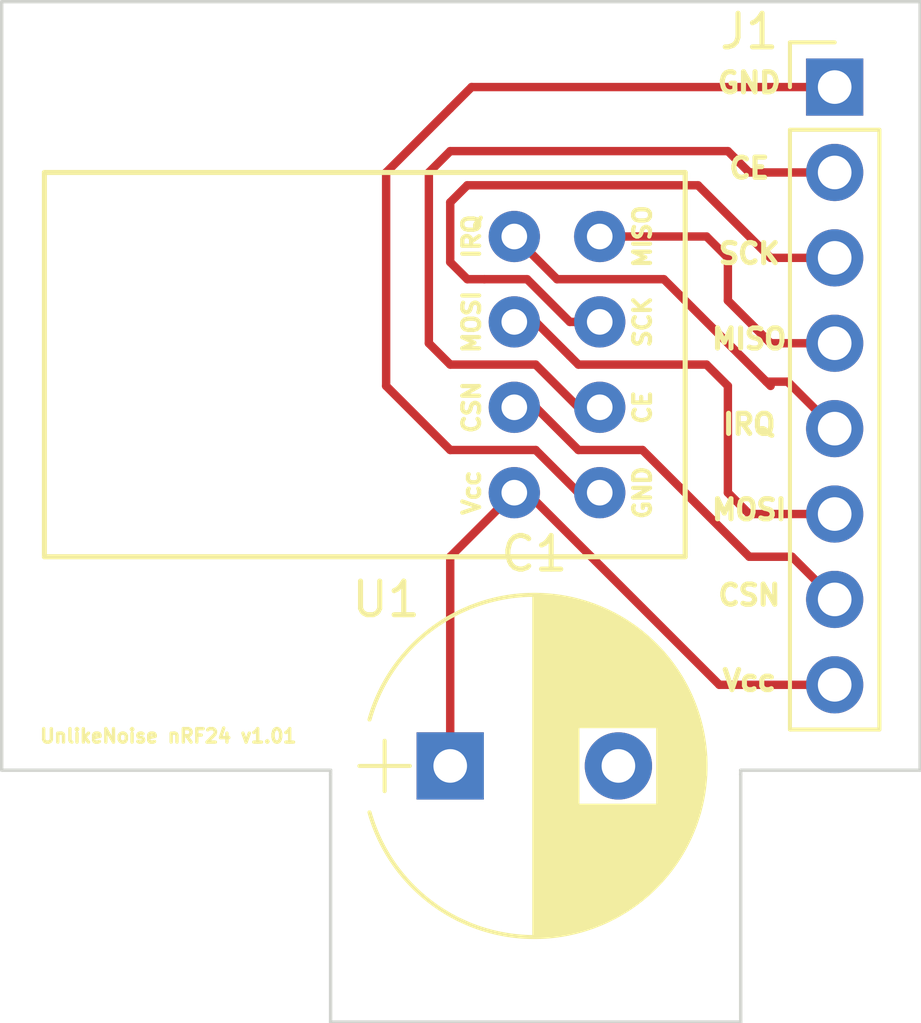
<source format=kicad_pcb>
(kicad_pcb (version 4) (host pcbnew 4.0.6)

  (general
    (links 10)
    (no_connects 1)
    (area 128.854999 114.884999 156.260001 145.338001)
    (thickness 1.6)
    (drawings 19)
    (tracks 57)
    (zones 0)
    (modules 3)
    (nets 9)
  )

  (page A4)
  (title_block
    (title "nRF24 Breakout")
    (date 2017-03-11)
    (rev 1.01)
    (company UnlikeNoise)
    (comment 1 "Leon van Bokhorst")
  )

  (layers
    (0 F.Cu signal)
    (31 B.Cu signal)
    (32 B.Adhes user)
    (33 F.Adhes user)
    (34 B.Paste user)
    (35 F.Paste user)
    (36 B.SilkS user)
    (37 F.SilkS user)
    (38 B.Mask user)
    (39 F.Mask user)
    (40 Dwgs.User user)
    (41 Cmts.User user)
    (42 Eco1.User user)
    (43 Eco2.User user)
    (44 Edge.Cuts user)
    (45 Margin user)
    (46 B.CrtYd user)
    (47 F.CrtYd user)
    (48 B.Fab user)
    (49 F.Fab user)
  )

  (setup
    (last_trace_width 0.25)
    (trace_clearance 0.2)
    (zone_clearance 0.508)
    (zone_45_only no)
    (trace_min 0.2)
    (segment_width 0.2)
    (edge_width 0.1)
    (via_size 0.6)
    (via_drill 0.4)
    (via_min_size 0.4)
    (via_min_drill 0.3)
    (uvia_size 0.3)
    (uvia_drill 0.1)
    (uvias_allowed no)
    (uvia_min_size 0.2)
    (uvia_min_drill 0.1)
    (pcb_text_width 0.3)
    (pcb_text_size 1.5 1.5)
    (mod_edge_width 0.15)
    (mod_text_size 1 1)
    (mod_text_width 0.15)
    (pad_size 1.524 1.524)
    (pad_drill 0.762)
    (pad_to_mask_clearance 0)
    (aux_axis_origin 0 0)
    (visible_elements FFFFFF7F)
    (pcbplotparams
      (layerselection 0x00030_80000001)
      (usegerberextensions false)
      (excludeedgelayer true)
      (linewidth 0.100000)
      (plotframeref false)
      (viasonmask false)
      (mode 1)
      (useauxorigin false)
      (hpglpennumber 1)
      (hpglpenspeed 20)
      (hpglpendiameter 15)
      (hpglpenoverlay 2)
      (psnegative false)
      (psa4output false)
      (plotreference true)
      (plotvalue true)
      (plotinvisibletext false)
      (padsonsilk false)
      (subtractmaskfromsilk false)
      (outputformat 1)
      (mirror false)
      (drillshape 1)
      (scaleselection 1)
      (outputdirectory ""))
  )

  (net 0 "")
  (net 1 "Net-(J1-Pad2)")
  (net 2 "Net-(J1-Pad3)")
  (net 3 "Net-(J1-Pad4)")
  (net 4 "Net-(J1-Pad5)")
  (net 5 "Net-(J1-Pad6)")
  (net 6 "Net-(J1-Pad7)")
  (net 7 "Net-(C1-Pad1)")
  (net 8 "Net-(C1-Pad2)")

  (net_class Default "This is the default net class."
    (clearance 0.2)
    (trace_width 0.25)
    (via_dia 0.6)
    (via_drill 0.4)
    (uvia_dia 0.3)
    (uvia_drill 0.1)
    (add_net "Net-(C1-Pad1)")
    (add_net "Net-(C1-Pad2)")
    (add_net "Net-(J1-Pad2)")
    (add_net "Net-(J1-Pad3)")
    (add_net "Net-(J1-Pad4)")
    (add_net "Net-(J1-Pad5)")
    (add_net "Net-(J1-Pad6)")
    (add_net "Net-(J1-Pad7)")
  )

  (module Pin_Headers:Pin_Header_Straight_1x08_Pitch2.54mm (layer F.Cu) (tedit 598DDCDC) (tstamp 598DB561)
    (at 153.67 117.475)
    (descr "Through hole straight pin header, 1x08, 2.54mm pitch, single row")
    (tags "Through hole pin header THT 1x08 2.54mm single row")
    (path /5971DDEE)
    (fp_text reference J1 (at -2.54 -1.651) (layer F.SilkS)
      (effects (font (size 1 1) (thickness 0.15)))
    )
    (fp_text value CONN_01X08 (at 0 20.11) (layer F.Fab) hide
      (effects (font (size 1 1) (thickness 0.15)))
    )
    (fp_line (start -0.635 -1.27) (end 1.27 -1.27) (layer F.Fab) (width 0.1))
    (fp_line (start 1.27 -1.27) (end 1.27 19.05) (layer F.Fab) (width 0.1))
    (fp_line (start 1.27 19.05) (end -1.27 19.05) (layer F.Fab) (width 0.1))
    (fp_line (start -1.27 19.05) (end -1.27 -0.635) (layer F.Fab) (width 0.1))
    (fp_line (start -1.27 -0.635) (end -0.635 -1.27) (layer F.Fab) (width 0.1))
    (fp_line (start -1.33 19.11) (end 1.33 19.11) (layer F.SilkS) (width 0.12))
    (fp_line (start -1.33 1.27) (end -1.33 19.11) (layer F.SilkS) (width 0.12))
    (fp_line (start 1.33 1.27) (end 1.33 19.11) (layer F.SilkS) (width 0.12))
    (fp_line (start -1.33 1.27) (end 1.33 1.27) (layer F.SilkS) (width 0.12))
    (fp_line (start -1.33 0) (end -1.33 -1.33) (layer F.SilkS) (width 0.12))
    (fp_line (start -1.33 -1.33) (end 0 -1.33) (layer F.SilkS) (width 0.12))
    (fp_line (start -1.8 -1.8) (end -1.8 19.55) (layer F.CrtYd) (width 0.05))
    (fp_line (start -1.8 19.55) (end 1.8 19.55) (layer F.CrtYd) (width 0.05))
    (fp_line (start 1.8 19.55) (end 1.8 -1.8) (layer F.CrtYd) (width 0.05))
    (fp_line (start 1.8 -1.8) (end -1.8 -1.8) (layer F.CrtYd) (width 0.05))
    (fp_text user %R (at 0 8.89 90) (layer F.Fab)
      (effects (font (size 1 1) (thickness 0.15)))
    )
    (pad 1 thru_hole rect (at 0 0) (size 1.7 1.7) (drill 1) (layers *.Cu *.Mask)
      (net 8 "Net-(C1-Pad2)"))
    (pad 2 thru_hole oval (at 0 2.54) (size 1.7 1.7) (drill 1) (layers *.Cu *.Mask)
      (net 1 "Net-(J1-Pad2)"))
    (pad 3 thru_hole oval (at 0 5.08) (size 1.7 1.7) (drill 1) (layers *.Cu *.Mask)
      (net 2 "Net-(J1-Pad3)"))
    (pad 4 thru_hole oval (at 0 7.62) (size 1.7 1.7) (drill 1) (layers *.Cu *.Mask)
      (net 3 "Net-(J1-Pad4)"))
    (pad 5 thru_hole oval (at 0 10.16) (size 1.7 1.7) (drill 1) (layers *.Cu *.Mask)
      (net 4 "Net-(J1-Pad5)"))
    (pad 6 thru_hole oval (at 0 12.7) (size 1.7 1.7) (drill 1) (layers *.Cu *.Mask)
      (net 5 "Net-(J1-Pad6)"))
    (pad 7 thru_hole oval (at 0 15.24) (size 1.7 1.7) (drill 1) (layers *.Cu *.Mask)
      (net 6 "Net-(J1-Pad7)"))
    (pad 8 thru_hole oval (at 0 17.78) (size 1.7 1.7) (drill 1) (layers *.Cu *.Mask)
      (net 7 "Net-(C1-Pad1)"))
  )

  (module nRF24-footprints:nRF24 (layer F.Cu) (tedit 598DD878) (tstamp 598DDA7F)
    (at 144.145 127)
    (descr "A footprint for the generic nRF24 module")
    (path /5971E2DB)
    (fp_text reference U1 (at -3.81 5.715) (layer F.SilkS)
      (effects (font (size 1 1) (thickness 0.15)))
    )
    (fp_text value nRF24 (at -6.35 -1.27) (layer F.Fab)
      (effects (font (size 1 1) (thickness 0.15)))
    )
    (fp_line (start -13.97 4.445) (end 5.08 4.445) (layer F.SilkS) (width 0.15))
    (fp_line (start -13.97 4.445) (end -13.97 -6.985) (layer F.SilkS) (width 0.15))
    (fp_line (start 5.08 4.445) (end -13.97 4.445) (layer F.SilkS) (width 0.15))
    (fp_line (start 5.08 4.445) (end 5.08 -6.985) (layer F.SilkS) (width 0.15))
    (fp_line (start 5.08 -6.985) (end 5.08 4.445) (layer F.SilkS) (width 0.15))
    (fp_line (start 5.08 -6.985) (end -13.97 -6.985) (layer F.SilkS) (width 0.15))
    (fp_text user Vcc (at -1.27 2.54 90) (layer F.SilkS)
      (effects (font (size 0.5 0.5) (thickness 0.125)))
    )
    (fp_text user CSN (at -1.27 0 90) (layer F.SilkS)
      (effects (font (size 0.5 0.5) (thickness 0.125)))
    )
    (fp_text user MOSI (at -1.27 -2.54 90) (layer F.SilkS)
      (effects (font (size 0.5 0.5) (thickness 0.125)))
    )
    (fp_text user IRQ (at -1.27 -5.08 90) (layer F.SilkS)
      (effects (font (size 0.5 0.5) (thickness 0.125)))
    )
    (fp_text user SCK (at 3.81 -2.54 90) (layer F.SilkS)
      (effects (font (size 0.5 0.5) (thickness 0.125)))
    )
    (fp_text user MISO (at 3.81 -5.08 90) (layer F.SilkS)
      (effects (font (size 0.5 0.5) (thickness 0.125)))
    )
    (fp_text user CE (at 3.81 0 90) (layer F.SilkS)
      (effects (font (size 0.5 0.5) (thickness 0.125)))
    )
    (fp_text user GND (at 3.81 2.54 90) (layer F.SilkS)
      (effects (font (size 0.5 0.5) (thickness 0.125)))
    )
    (pad 2 thru_hole circle (at 2.54 -2.54) (size 1.524 1.524) (drill 0.762) (layers *.Cu *.Mask)
      (net 2 "Net-(J1-Pad3)"))
    (pad 0 thru_hole circle (at 2.54 2.54) (size 1.524 1.524) (drill 0.762) (layers *.Cu *.Mask)
      (net 8 "Net-(C1-Pad2)"))
    (pad 1 thru_hole circle (at 2.54 0) (size 1.524 1.524) (drill 0.762) (layers *.Cu *.Mask)
      (net 1 "Net-(J1-Pad2)"))
    (pad 7 thru_hole circle (at 0 2.54) (size 1.524 1.524) (drill 0.762) (layers *.Cu *.Mask)
      (net 7 "Net-(C1-Pad1)"))
    (pad 6 thru_hole circle (at 0 0) (size 1.524 1.524) (drill 0.762) (layers *.Cu *.Mask)
      (net 6 "Net-(J1-Pad7)"))
    (pad 5 thru_hole circle (at 0 -2.54) (size 1.524 1.524) (drill 0.762) (layers *.Cu *.Mask)
      (net 5 "Net-(J1-Pad6)"))
    (pad 4 thru_hole circle (at 0 -5.08) (size 1.524 1.524) (drill 0.762) (layers *.Cu *.Mask)
      (net 4 "Net-(J1-Pad5)"))
    (pad 3 thru_hole circle (at 2.54 -5.08) (size 1.524 1.524) (drill 0.762) (layers *.Cu *.Mask)
      (net 3 "Net-(J1-Pad4)"))
  )

  (module Capacitors_THT:CP_Radial_D10.0mm_P5.00mm (layer F.Cu) (tedit 597BC7C2) (tstamp 598DEC6D)
    (at 142.24 137.668)
    (descr "CP, Radial series, Radial, pin pitch=5.00mm, , diameter=10mm, Electrolytic Capacitor")
    (tags "CP Radial series Radial pin pitch 5.00mm  diameter 10mm Electrolytic Capacitor")
    (path /598DE981)
    (fp_text reference C1 (at 2.5 -6.31) (layer F.SilkS)
      (effects (font (size 1 1) (thickness 0.15)))
    )
    (fp_text value 10uF (at 2.5 6.31) (layer F.Fab)
      (effects (font (size 1 1) (thickness 0.15)))
    )
    (fp_arc (start 2.5 0) (end -2.399357 -1.38) (angle 148.5) (layer F.SilkS) (width 0.12))
    (fp_arc (start 2.5 0) (end -2.399357 1.38) (angle -148.5) (layer F.SilkS) (width 0.12))
    (fp_arc (start 2.5 0) (end 7.399357 -1.38) (angle 31.5) (layer F.SilkS) (width 0.12))
    (fp_circle (center 2.5 0) (end 7.5 0) (layer F.Fab) (width 0.1))
    (fp_line (start -2.7 0) (end -1.2 0) (layer F.Fab) (width 0.1))
    (fp_line (start -1.95 -0.75) (end -1.95 0.75) (layer F.Fab) (width 0.1))
    (fp_line (start 2.5 -5.05) (end 2.5 5.05) (layer F.SilkS) (width 0.12))
    (fp_line (start 2.54 -5.05) (end 2.54 5.05) (layer F.SilkS) (width 0.12))
    (fp_line (start 2.58 -5.05) (end 2.58 5.05) (layer F.SilkS) (width 0.12))
    (fp_line (start 2.62 -5.049) (end 2.62 5.049) (layer F.SilkS) (width 0.12))
    (fp_line (start 2.66 -5.048) (end 2.66 5.048) (layer F.SilkS) (width 0.12))
    (fp_line (start 2.7 -5.047) (end 2.7 5.047) (layer F.SilkS) (width 0.12))
    (fp_line (start 2.74 -5.045) (end 2.74 5.045) (layer F.SilkS) (width 0.12))
    (fp_line (start 2.78 -5.043) (end 2.78 5.043) (layer F.SilkS) (width 0.12))
    (fp_line (start 2.82 -5.04) (end 2.82 5.04) (layer F.SilkS) (width 0.12))
    (fp_line (start 2.86 -5.038) (end 2.86 5.038) (layer F.SilkS) (width 0.12))
    (fp_line (start 2.9 -5.035) (end 2.9 5.035) (layer F.SilkS) (width 0.12))
    (fp_line (start 2.94 -5.031) (end 2.94 5.031) (layer F.SilkS) (width 0.12))
    (fp_line (start 2.98 -5.028) (end 2.98 5.028) (layer F.SilkS) (width 0.12))
    (fp_line (start 3.02 -5.024) (end 3.02 5.024) (layer F.SilkS) (width 0.12))
    (fp_line (start 3.06 -5.02) (end 3.06 5.02) (layer F.SilkS) (width 0.12))
    (fp_line (start 3.1 -5.015) (end 3.1 5.015) (layer F.SilkS) (width 0.12))
    (fp_line (start 3.14 -5.01) (end 3.14 5.01) (layer F.SilkS) (width 0.12))
    (fp_line (start 3.18 -5.005) (end 3.18 5.005) (layer F.SilkS) (width 0.12))
    (fp_line (start 3.221 -4.999) (end 3.221 4.999) (layer F.SilkS) (width 0.12))
    (fp_line (start 3.261 -4.993) (end 3.261 4.993) (layer F.SilkS) (width 0.12))
    (fp_line (start 3.301 -4.987) (end 3.301 4.987) (layer F.SilkS) (width 0.12))
    (fp_line (start 3.341 -4.981) (end 3.341 4.981) (layer F.SilkS) (width 0.12))
    (fp_line (start 3.381 -4.974) (end 3.381 4.974) (layer F.SilkS) (width 0.12))
    (fp_line (start 3.421 -4.967) (end 3.421 4.967) (layer F.SilkS) (width 0.12))
    (fp_line (start 3.461 -4.959) (end 3.461 4.959) (layer F.SilkS) (width 0.12))
    (fp_line (start 3.501 -4.951) (end 3.501 4.951) (layer F.SilkS) (width 0.12))
    (fp_line (start 3.541 -4.943) (end 3.541 4.943) (layer F.SilkS) (width 0.12))
    (fp_line (start 3.581 -4.935) (end 3.581 4.935) (layer F.SilkS) (width 0.12))
    (fp_line (start 3.621 -4.926) (end 3.621 4.926) (layer F.SilkS) (width 0.12))
    (fp_line (start 3.661 -4.917) (end 3.661 4.917) (layer F.SilkS) (width 0.12))
    (fp_line (start 3.701 -4.907) (end 3.701 4.907) (layer F.SilkS) (width 0.12))
    (fp_line (start 3.741 -4.897) (end 3.741 4.897) (layer F.SilkS) (width 0.12))
    (fp_line (start 3.781 -4.887) (end 3.781 4.887) (layer F.SilkS) (width 0.12))
    (fp_line (start 3.821 -4.876) (end 3.821 -1.181) (layer F.SilkS) (width 0.12))
    (fp_line (start 3.821 1.181) (end 3.821 4.876) (layer F.SilkS) (width 0.12))
    (fp_line (start 3.861 -4.865) (end 3.861 -1.181) (layer F.SilkS) (width 0.12))
    (fp_line (start 3.861 1.181) (end 3.861 4.865) (layer F.SilkS) (width 0.12))
    (fp_line (start 3.901 -4.854) (end 3.901 -1.181) (layer F.SilkS) (width 0.12))
    (fp_line (start 3.901 1.181) (end 3.901 4.854) (layer F.SilkS) (width 0.12))
    (fp_line (start 3.941 -4.843) (end 3.941 -1.181) (layer F.SilkS) (width 0.12))
    (fp_line (start 3.941 1.181) (end 3.941 4.843) (layer F.SilkS) (width 0.12))
    (fp_line (start 3.981 -4.831) (end 3.981 -1.181) (layer F.SilkS) (width 0.12))
    (fp_line (start 3.981 1.181) (end 3.981 4.831) (layer F.SilkS) (width 0.12))
    (fp_line (start 4.021 -4.818) (end 4.021 -1.181) (layer F.SilkS) (width 0.12))
    (fp_line (start 4.021 1.181) (end 4.021 4.818) (layer F.SilkS) (width 0.12))
    (fp_line (start 4.061 -4.806) (end 4.061 -1.181) (layer F.SilkS) (width 0.12))
    (fp_line (start 4.061 1.181) (end 4.061 4.806) (layer F.SilkS) (width 0.12))
    (fp_line (start 4.101 -4.792) (end 4.101 -1.181) (layer F.SilkS) (width 0.12))
    (fp_line (start 4.101 1.181) (end 4.101 4.792) (layer F.SilkS) (width 0.12))
    (fp_line (start 4.141 -4.779) (end 4.141 -1.181) (layer F.SilkS) (width 0.12))
    (fp_line (start 4.141 1.181) (end 4.141 4.779) (layer F.SilkS) (width 0.12))
    (fp_line (start 4.181 -4.765) (end 4.181 -1.181) (layer F.SilkS) (width 0.12))
    (fp_line (start 4.181 1.181) (end 4.181 4.765) (layer F.SilkS) (width 0.12))
    (fp_line (start 4.221 -4.751) (end 4.221 -1.181) (layer F.SilkS) (width 0.12))
    (fp_line (start 4.221 1.181) (end 4.221 4.751) (layer F.SilkS) (width 0.12))
    (fp_line (start 4.261 -4.737) (end 4.261 -1.181) (layer F.SilkS) (width 0.12))
    (fp_line (start 4.261 1.181) (end 4.261 4.737) (layer F.SilkS) (width 0.12))
    (fp_line (start 4.301 -4.722) (end 4.301 -1.181) (layer F.SilkS) (width 0.12))
    (fp_line (start 4.301 1.181) (end 4.301 4.722) (layer F.SilkS) (width 0.12))
    (fp_line (start 4.341 -4.706) (end 4.341 -1.181) (layer F.SilkS) (width 0.12))
    (fp_line (start 4.341 1.181) (end 4.341 4.706) (layer F.SilkS) (width 0.12))
    (fp_line (start 4.381 -4.691) (end 4.381 -1.181) (layer F.SilkS) (width 0.12))
    (fp_line (start 4.381 1.181) (end 4.381 4.691) (layer F.SilkS) (width 0.12))
    (fp_line (start 4.421 -4.674) (end 4.421 -1.181) (layer F.SilkS) (width 0.12))
    (fp_line (start 4.421 1.181) (end 4.421 4.674) (layer F.SilkS) (width 0.12))
    (fp_line (start 4.461 -4.658) (end 4.461 -1.181) (layer F.SilkS) (width 0.12))
    (fp_line (start 4.461 1.181) (end 4.461 4.658) (layer F.SilkS) (width 0.12))
    (fp_line (start 4.501 -4.641) (end 4.501 -1.181) (layer F.SilkS) (width 0.12))
    (fp_line (start 4.501 1.181) (end 4.501 4.641) (layer F.SilkS) (width 0.12))
    (fp_line (start 4.541 -4.624) (end 4.541 -1.181) (layer F.SilkS) (width 0.12))
    (fp_line (start 4.541 1.181) (end 4.541 4.624) (layer F.SilkS) (width 0.12))
    (fp_line (start 4.581 -4.606) (end 4.581 -1.181) (layer F.SilkS) (width 0.12))
    (fp_line (start 4.581 1.181) (end 4.581 4.606) (layer F.SilkS) (width 0.12))
    (fp_line (start 4.621 -4.588) (end 4.621 -1.181) (layer F.SilkS) (width 0.12))
    (fp_line (start 4.621 1.181) (end 4.621 4.588) (layer F.SilkS) (width 0.12))
    (fp_line (start 4.661 -4.569) (end 4.661 -1.181) (layer F.SilkS) (width 0.12))
    (fp_line (start 4.661 1.181) (end 4.661 4.569) (layer F.SilkS) (width 0.12))
    (fp_line (start 4.701 -4.55) (end 4.701 -1.181) (layer F.SilkS) (width 0.12))
    (fp_line (start 4.701 1.181) (end 4.701 4.55) (layer F.SilkS) (width 0.12))
    (fp_line (start 4.741 -4.531) (end 4.741 -1.181) (layer F.SilkS) (width 0.12))
    (fp_line (start 4.741 1.181) (end 4.741 4.531) (layer F.SilkS) (width 0.12))
    (fp_line (start 4.781 -4.511) (end 4.781 -1.181) (layer F.SilkS) (width 0.12))
    (fp_line (start 4.781 1.181) (end 4.781 4.511) (layer F.SilkS) (width 0.12))
    (fp_line (start 4.821 -4.491) (end 4.821 -1.181) (layer F.SilkS) (width 0.12))
    (fp_line (start 4.821 1.181) (end 4.821 4.491) (layer F.SilkS) (width 0.12))
    (fp_line (start 4.861 -4.47) (end 4.861 -1.181) (layer F.SilkS) (width 0.12))
    (fp_line (start 4.861 1.181) (end 4.861 4.47) (layer F.SilkS) (width 0.12))
    (fp_line (start 4.901 -4.449) (end 4.901 -1.181) (layer F.SilkS) (width 0.12))
    (fp_line (start 4.901 1.181) (end 4.901 4.449) (layer F.SilkS) (width 0.12))
    (fp_line (start 4.941 -4.428) (end 4.941 -1.181) (layer F.SilkS) (width 0.12))
    (fp_line (start 4.941 1.181) (end 4.941 4.428) (layer F.SilkS) (width 0.12))
    (fp_line (start 4.981 -4.405) (end 4.981 -1.181) (layer F.SilkS) (width 0.12))
    (fp_line (start 4.981 1.181) (end 4.981 4.405) (layer F.SilkS) (width 0.12))
    (fp_line (start 5.021 -4.383) (end 5.021 -1.181) (layer F.SilkS) (width 0.12))
    (fp_line (start 5.021 1.181) (end 5.021 4.383) (layer F.SilkS) (width 0.12))
    (fp_line (start 5.061 -4.36) (end 5.061 -1.181) (layer F.SilkS) (width 0.12))
    (fp_line (start 5.061 1.181) (end 5.061 4.36) (layer F.SilkS) (width 0.12))
    (fp_line (start 5.101 -4.336) (end 5.101 -1.181) (layer F.SilkS) (width 0.12))
    (fp_line (start 5.101 1.181) (end 5.101 4.336) (layer F.SilkS) (width 0.12))
    (fp_line (start 5.141 -4.312) (end 5.141 -1.181) (layer F.SilkS) (width 0.12))
    (fp_line (start 5.141 1.181) (end 5.141 4.312) (layer F.SilkS) (width 0.12))
    (fp_line (start 5.181 -4.288) (end 5.181 -1.181) (layer F.SilkS) (width 0.12))
    (fp_line (start 5.181 1.181) (end 5.181 4.288) (layer F.SilkS) (width 0.12))
    (fp_line (start 5.221 -4.263) (end 5.221 -1.181) (layer F.SilkS) (width 0.12))
    (fp_line (start 5.221 1.181) (end 5.221 4.263) (layer F.SilkS) (width 0.12))
    (fp_line (start 5.261 -4.237) (end 5.261 -1.181) (layer F.SilkS) (width 0.12))
    (fp_line (start 5.261 1.181) (end 5.261 4.237) (layer F.SilkS) (width 0.12))
    (fp_line (start 5.301 -4.211) (end 5.301 -1.181) (layer F.SilkS) (width 0.12))
    (fp_line (start 5.301 1.181) (end 5.301 4.211) (layer F.SilkS) (width 0.12))
    (fp_line (start 5.341 -4.185) (end 5.341 -1.181) (layer F.SilkS) (width 0.12))
    (fp_line (start 5.341 1.181) (end 5.341 4.185) (layer F.SilkS) (width 0.12))
    (fp_line (start 5.381 -4.157) (end 5.381 -1.181) (layer F.SilkS) (width 0.12))
    (fp_line (start 5.381 1.181) (end 5.381 4.157) (layer F.SilkS) (width 0.12))
    (fp_line (start 5.421 -4.13) (end 5.421 -1.181) (layer F.SilkS) (width 0.12))
    (fp_line (start 5.421 1.181) (end 5.421 4.13) (layer F.SilkS) (width 0.12))
    (fp_line (start 5.461 -4.101) (end 5.461 -1.181) (layer F.SilkS) (width 0.12))
    (fp_line (start 5.461 1.181) (end 5.461 4.101) (layer F.SilkS) (width 0.12))
    (fp_line (start 5.501 -4.072) (end 5.501 -1.181) (layer F.SilkS) (width 0.12))
    (fp_line (start 5.501 1.181) (end 5.501 4.072) (layer F.SilkS) (width 0.12))
    (fp_line (start 5.541 -4.043) (end 5.541 -1.181) (layer F.SilkS) (width 0.12))
    (fp_line (start 5.541 1.181) (end 5.541 4.043) (layer F.SilkS) (width 0.12))
    (fp_line (start 5.581 -4.013) (end 5.581 -1.181) (layer F.SilkS) (width 0.12))
    (fp_line (start 5.581 1.181) (end 5.581 4.013) (layer F.SilkS) (width 0.12))
    (fp_line (start 5.621 -3.982) (end 5.621 -1.181) (layer F.SilkS) (width 0.12))
    (fp_line (start 5.621 1.181) (end 5.621 3.982) (layer F.SilkS) (width 0.12))
    (fp_line (start 5.661 -3.951) (end 5.661 -1.181) (layer F.SilkS) (width 0.12))
    (fp_line (start 5.661 1.181) (end 5.661 3.951) (layer F.SilkS) (width 0.12))
    (fp_line (start 5.701 -3.919) (end 5.701 -1.181) (layer F.SilkS) (width 0.12))
    (fp_line (start 5.701 1.181) (end 5.701 3.919) (layer F.SilkS) (width 0.12))
    (fp_line (start 5.741 -3.886) (end 5.741 -1.181) (layer F.SilkS) (width 0.12))
    (fp_line (start 5.741 1.181) (end 5.741 3.886) (layer F.SilkS) (width 0.12))
    (fp_line (start 5.781 -3.853) (end 5.781 -1.181) (layer F.SilkS) (width 0.12))
    (fp_line (start 5.781 1.181) (end 5.781 3.853) (layer F.SilkS) (width 0.12))
    (fp_line (start 5.821 -3.819) (end 5.821 -1.181) (layer F.SilkS) (width 0.12))
    (fp_line (start 5.821 1.181) (end 5.821 3.819) (layer F.SilkS) (width 0.12))
    (fp_line (start 5.861 -3.784) (end 5.861 -1.181) (layer F.SilkS) (width 0.12))
    (fp_line (start 5.861 1.181) (end 5.861 3.784) (layer F.SilkS) (width 0.12))
    (fp_line (start 5.901 -3.748) (end 5.901 -1.181) (layer F.SilkS) (width 0.12))
    (fp_line (start 5.901 1.181) (end 5.901 3.748) (layer F.SilkS) (width 0.12))
    (fp_line (start 5.941 -3.712) (end 5.941 -1.181) (layer F.SilkS) (width 0.12))
    (fp_line (start 5.941 1.181) (end 5.941 3.712) (layer F.SilkS) (width 0.12))
    (fp_line (start 5.981 -3.675) (end 5.981 -1.181) (layer F.SilkS) (width 0.12))
    (fp_line (start 5.981 1.181) (end 5.981 3.675) (layer F.SilkS) (width 0.12))
    (fp_line (start 6.021 -3.637) (end 6.021 -1.181) (layer F.SilkS) (width 0.12))
    (fp_line (start 6.021 1.181) (end 6.021 3.637) (layer F.SilkS) (width 0.12))
    (fp_line (start 6.061 -3.598) (end 6.061 -1.181) (layer F.SilkS) (width 0.12))
    (fp_line (start 6.061 1.181) (end 6.061 3.598) (layer F.SilkS) (width 0.12))
    (fp_line (start 6.101 -3.559) (end 6.101 -1.181) (layer F.SilkS) (width 0.12))
    (fp_line (start 6.101 1.181) (end 6.101 3.559) (layer F.SilkS) (width 0.12))
    (fp_line (start 6.141 -3.518) (end 6.141 -1.181) (layer F.SilkS) (width 0.12))
    (fp_line (start 6.141 1.181) (end 6.141 3.518) (layer F.SilkS) (width 0.12))
    (fp_line (start 6.181 -3.477) (end 6.181 3.477) (layer F.SilkS) (width 0.12))
    (fp_line (start 6.221 -3.435) (end 6.221 3.435) (layer F.SilkS) (width 0.12))
    (fp_line (start 6.261 -3.391) (end 6.261 3.391) (layer F.SilkS) (width 0.12))
    (fp_line (start 6.301 -3.347) (end 6.301 3.347) (layer F.SilkS) (width 0.12))
    (fp_line (start 6.341 -3.302) (end 6.341 3.302) (layer F.SilkS) (width 0.12))
    (fp_line (start 6.381 -3.255) (end 6.381 3.255) (layer F.SilkS) (width 0.12))
    (fp_line (start 6.421 -3.207) (end 6.421 3.207) (layer F.SilkS) (width 0.12))
    (fp_line (start 6.461 -3.158) (end 6.461 3.158) (layer F.SilkS) (width 0.12))
    (fp_line (start 6.501 -3.108) (end 6.501 3.108) (layer F.SilkS) (width 0.12))
    (fp_line (start 6.541 -3.057) (end 6.541 3.057) (layer F.SilkS) (width 0.12))
    (fp_line (start 6.581 -3.004) (end 6.581 3.004) (layer F.SilkS) (width 0.12))
    (fp_line (start 6.621 -2.949) (end 6.621 2.949) (layer F.SilkS) (width 0.12))
    (fp_line (start 6.661 -2.894) (end 6.661 2.894) (layer F.SilkS) (width 0.12))
    (fp_line (start 6.701 -2.836) (end 6.701 2.836) (layer F.SilkS) (width 0.12))
    (fp_line (start 6.741 -2.777) (end 6.741 2.777) (layer F.SilkS) (width 0.12))
    (fp_line (start 6.781 -2.715) (end 6.781 2.715) (layer F.SilkS) (width 0.12))
    (fp_line (start 6.821 -2.652) (end 6.821 2.652) (layer F.SilkS) (width 0.12))
    (fp_line (start 6.861 -2.587) (end 6.861 2.587) (layer F.SilkS) (width 0.12))
    (fp_line (start 6.901 -2.519) (end 6.901 2.519) (layer F.SilkS) (width 0.12))
    (fp_line (start 6.941 -2.449) (end 6.941 2.449) (layer F.SilkS) (width 0.12))
    (fp_line (start 6.981 -2.377) (end 6.981 2.377) (layer F.SilkS) (width 0.12))
    (fp_line (start 7.021 -2.301) (end 7.021 2.301) (layer F.SilkS) (width 0.12))
    (fp_line (start 7.061 -2.222) (end 7.061 2.222) (layer F.SilkS) (width 0.12))
    (fp_line (start 7.101 -2.14) (end 7.101 2.14) (layer F.SilkS) (width 0.12))
    (fp_line (start 7.141 -2.053) (end 7.141 2.053) (layer F.SilkS) (width 0.12))
    (fp_line (start 7.181 -1.962) (end 7.181 1.962) (layer F.SilkS) (width 0.12))
    (fp_line (start 7.221 -1.866) (end 7.221 1.866) (layer F.SilkS) (width 0.12))
    (fp_line (start 7.261 -1.763) (end 7.261 1.763) (layer F.SilkS) (width 0.12))
    (fp_line (start 7.301 -1.654) (end 7.301 1.654) (layer F.SilkS) (width 0.12))
    (fp_line (start 7.341 -1.536) (end 7.341 1.536) (layer F.SilkS) (width 0.12))
    (fp_line (start 7.381 -1.407) (end 7.381 1.407) (layer F.SilkS) (width 0.12))
    (fp_line (start 7.421 -1.265) (end 7.421 1.265) (layer F.SilkS) (width 0.12))
    (fp_line (start 7.461 -1.104) (end 7.461 1.104) (layer F.SilkS) (width 0.12))
    (fp_line (start 7.501 -0.913) (end 7.501 0.913) (layer F.SilkS) (width 0.12))
    (fp_line (start 7.541 -0.672) (end 7.541 0.672) (layer F.SilkS) (width 0.12))
    (fp_line (start 7.581 -0.279) (end 7.581 0.279) (layer F.SilkS) (width 0.12))
    (fp_line (start -2.7 0) (end -1.2 0) (layer F.SilkS) (width 0.12))
    (fp_line (start -1.95 -0.75) (end -1.95 0.75) (layer F.SilkS) (width 0.12))
    (fp_line (start -2.85 -5.35) (end -2.85 5.35) (layer F.CrtYd) (width 0.05))
    (fp_line (start -2.85 5.35) (end 7.85 5.35) (layer F.CrtYd) (width 0.05))
    (fp_line (start 7.85 5.35) (end 7.85 -5.35) (layer F.CrtYd) (width 0.05))
    (fp_line (start 7.85 -5.35) (end -2.85 -5.35) (layer F.CrtYd) (width 0.05))
    (fp_text user %R (at 2.5 0) (layer F.Fab)
      (effects (font (size 1 1) (thickness 0.15)))
    )
    (pad 1 thru_hole rect (at 0 0) (size 2 2) (drill 1) (layers *.Cu *.Mask)
      (net 7 "Net-(C1-Pad1)"))
    (pad 2 thru_hole circle (at 5 0) (size 2 2) (drill 1) (layers *.Cu *.Mask)
      (net 8 "Net-(C1-Pad2)"))
  )

  (gr_line (start 150.876 137.795) (end 150.876 137.922) (angle 90) (layer Edge.Cuts) (width 0.1))
  (gr_line (start 156.21 137.795) (end 150.876 137.795) (angle 90) (layer Edge.Cuts) (width 0.1))
  (gr_line (start 138.684 137.795) (end 138.684 137.922) (angle 90) (layer Edge.Cuts) (width 0.1))
  (gr_line (start 128.905 137.795) (end 138.684 137.795) (angle 90) (layer Edge.Cuts) (width 0.1))
  (gr_line (start 150.876 145.288) (end 150.876 137.922) (angle 90) (layer Edge.Cuts) (width 0.1))
  (gr_line (start 138.684 145.288) (end 150.876 145.288) (angle 90) (layer Edge.Cuts) (width 0.1))
  (gr_line (start 138.684 137.922) (end 138.684 145.288) (angle 90) (layer Edge.Cuts) (width 0.1))
  (gr_text "UnlikeNoise nRF24 v1.01" (at 133.858 136.779) (layer F.SilkS)
    (effects (font (size 0.4 0.4) (thickness 0.1)))
  )
  (gr_text GND (at 151.13 117.348) (layer F.SilkS) (tstamp 598DDD2C)
    (effects (font (size 0.6 0.6) (thickness 0.15)))
  )
  (gr_text CE (at 151.13 119.888) (layer F.SilkS) (tstamp 598DDD28)
    (effects (font (size 0.6 0.6) (thickness 0.15)))
  )
  (gr_text SCK (at 151.13 122.428) (layer F.SilkS) (tstamp 598DDD1F)
    (effects (font (size 0.6 0.6) (thickness 0.15)))
  )
  (gr_text MISO (at 151.13 124.968) (layer F.SilkS) (tstamp 598DDD1C)
    (effects (font (size 0.6 0.6) (thickness 0.15)))
  )
  (gr_text IRQ (at 151.13 127.508) (layer F.SilkS) (tstamp 598DDD17)
    (effects (font (size 0.6 0.6) (thickness 0.15)))
  )
  (gr_text MOSI (at 151.13 130.048) (layer F.SilkS) (tstamp 598DDD14)
    (effects (font (size 0.6 0.6) (thickness 0.15)))
  )
  (gr_text CSN (at 151.13 132.588) (layer F.SilkS) (tstamp 598DDD11)
    (effects (font (size 0.6 0.6) (thickness 0.15)))
  )
  (gr_text Vcc (at 151.13 135.128) (layer F.SilkS)
    (effects (font (size 0.6 0.6) (thickness 0.15)))
  )
  (gr_line (start 128.905 114.935) (end 128.905 137.795) (angle 90) (layer Edge.Cuts) (width 0.1))
  (gr_line (start 156.21 114.935) (end 128.905 114.935) (angle 90) (layer Edge.Cuts) (width 0.1))
  (gr_line (start 156.21 137.795) (end 156.21 114.935) (angle 90) (layer Edge.Cuts) (width 0.1))

  (segment (start 146.685 127) (end 146.05 127) (width 0.25) (layer F.Cu) (net 1))
  (segment (start 146.05 127) (end 144.78 125.73) (width 0.25) (layer F.Cu) (net 1) (tstamp 598DC843))
  (segment (start 151.13 120.015) (end 153.67 120.015) (width 0.25) (layer F.Cu) (net 1) (tstamp 598DC6E4))
  (segment (start 150.495 119.38) (end 151.13 120.015) (width 0.25) (layer F.Cu) (net 1) (tstamp 598DC6E0))
  (segment (start 142.24 119.38) (end 150.495 119.38) (width 0.25) (layer F.Cu) (net 1) (tstamp 598DC6D7))
  (segment (start 141.605 120.015) (end 142.24 119.38) (width 0.25) (layer F.Cu) (net 1) (tstamp 598DC6D3))
  (segment (start 141.605 125.095) (end 141.605 120.015) (width 0.25) (layer F.Cu) (net 1) (tstamp 598DC6D2))
  (segment (start 142.24 125.73) (end 141.605 125.095) (width 0.25) (layer F.Cu) (net 1) (tstamp 598DC6D0))
  (segment (start 144.78 125.73) (end 142.24 125.73) (width 0.25) (layer F.Cu) (net 1) (tstamp 598DC82F))
  (segment (start 146.685 124.46) (end 145.796 124.46) (width 0.25) (layer F.Cu) (net 2))
  (segment (start 151.765 122.555) (end 153.67 122.555) (width 0.25) (layer F.Cu) (net 2) (tstamp 598DDABD))
  (segment (start 149.606 120.396) (end 151.765 122.555) (width 0.25) (layer F.Cu) (net 2) (tstamp 598DDABB))
  (segment (start 142.748 120.396) (end 149.606 120.396) (width 0.25) (layer F.Cu) (net 2) (tstamp 598DDABA))
  (segment (start 142.24 120.904) (end 142.748 120.396) (width 0.25) (layer F.Cu) (net 2) (tstamp 598DDAB9))
  (segment (start 142.24 122.682) (end 142.24 120.904) (width 0.25) (layer F.Cu) (net 2) (tstamp 598DDAB8))
  (segment (start 142.748 123.19) (end 142.24 122.682) (width 0.25) (layer F.Cu) (net 2) (tstamp 598DDAB7))
  (segment (start 143.256 123.19) (end 142.748 123.19) (width 0.25) (layer F.Cu) (net 2) (tstamp 598DDAB6))
  (segment (start 144.526 123.19) (end 143.256 123.19) (width 0.25) (layer F.Cu) (net 2) (tstamp 598DDAB5))
  (segment (start 145.796 124.46) (end 144.526 123.19) (width 0.25) (layer F.Cu) (net 2) (tstamp 598DDAB4))
  (segment (start 151.765 125.095) (end 153.67 125.095) (width 0.25) (layer F.Cu) (net 3) (tstamp 598DC633))
  (segment (start 150.495 123.825) (end 151.765 125.095) (width 0.25) (layer F.Cu) (net 3) (tstamp 598DC630))
  (segment (start 150.495 122.555) (end 150.495 123.825) (width 0.25) (layer F.Cu) (net 3) (tstamp 598DC62E))
  (segment (start 149.86 121.92) (end 150.495 122.555) (width 0.25) (layer F.Cu) (net 3) (tstamp 598DC629))
  (segment (start 146.685 121.92) (end 149.86 121.92) (width 0.25) (layer F.Cu) (net 3))
  (segment (start 151.638 126.238) (end 152.273 126.238) (width 0.25) (layer F.Cu) (net 4))
  (segment (start 152.273 126.238) (end 153.67 127.635) (width 0.25) (layer F.Cu) (net 4) (tstamp 598DDADC))
  (segment (start 144.145 121.92) (end 145.415 123.19) (width 0.25) (layer F.Cu) (net 4))
  (segment (start 148.59 123.19) (end 151.638 126.238) (width 0.25) (layer F.Cu) (net 4) (tstamp 598DC87B))
  (segment (start 151.638 126.238) (end 151.765 126.365) (width 0.25) (layer F.Cu) (net 4) (tstamp 598DDADA))
  (segment (start 145.415 123.19) (end 148.59 123.19) (width 0.25) (layer F.Cu) (net 4) (tstamp 598DC878))
  (segment (start 146.05 125.73) (end 145.796 125.476) (width 0.25) (layer F.Cu) (net 5))
  (segment (start 153.67 130.175) (end 151.13 130.175) (width 0.25) (layer F.Cu) (net 5) (tstamp 598DC874))
  (segment (start 150.495 129.54) (end 151.13 130.175) (width 0.25) (layer F.Cu) (net 5) (tstamp 598DC872))
  (segment (start 150.495 126.365) (end 150.495 129.54) (width 0.25) (layer F.Cu) (net 5) (tstamp 598DC870))
  (segment (start 149.86 125.73) (end 150.495 126.365) (width 0.25) (layer F.Cu) (net 5) (tstamp 598DC86D))
  (segment (start 146.05 125.73) (end 149.86 125.73) (width 0.25) (layer F.Cu) (net 5) (tstamp 598DC86B))
  (segment (start 145.796 125.476) (end 144.78 124.46) (width 0.25) (layer F.Cu) (net 5) (tstamp 598DDAA5))
  (segment (start 144.145 124.46) (end 144.78 124.46) (width 0.25) (layer F.Cu) (net 5))
  (segment (start 151.13 131.445) (end 152.4 131.445) (width 0.25) (layer F.Cu) (net 6))
  (segment (start 147.955 128.27) (end 151.13 131.445) (width 0.25) (layer F.Cu) (net 6) (tstamp 598DC8A6))
  (segment (start 146.05 128.27) (end 147.955 128.27) (width 0.25) (layer F.Cu) (net 6) (tstamp 598DC8A2))
  (segment (start 144.78 127) (end 146.05 128.27) (width 0.25) (layer F.Cu) (net 6) (tstamp 598DC8A0))
  (segment (start 152.4 131.445) (end 153.67 132.715) (width 0.25) (layer F.Cu) (net 6) (tstamp 598DDAF4))
  (segment (start 144.145 127) (end 144.78 127) (width 0.25) (layer F.Cu) (net 6))
  (segment (start 142.24 137.668) (end 142.24 131.445) (width 0.25) (layer F.Cu) (net 7))
  (segment (start 142.24 131.445) (end 144.145 129.54) (width 0.25) (layer F.Cu) (net 7) (tstamp 598DED53))
  (segment (start 144.145 129.54) (end 144.526 129.54) (width 0.25) (layer F.Cu) (net 7))
  (segment (start 144.526 129.54) (end 150.241 135.255) (width 0.25) (layer F.Cu) (net 7) (tstamp 598DDAC5))
  (segment (start 150.241 135.255) (end 153.67 135.255) (width 0.25) (layer F.Cu) (net 7) (tstamp 598DDAC6))
  (segment (start 146.685 129.54) (end 146.05 129.54) (width 0.25) (layer F.Cu) (net 8))
  (segment (start 146.05 129.54) (end 144.78 128.27) (width 0.25) (layer F.Cu) (net 8) (tstamp 598DC85C))
  (segment (start 144.78 128.27) (end 142.24 128.27) (width 0.25) (layer F.Cu) (net 8) (tstamp 598DC85D))
  (segment (start 142.875 117.475) (end 153.67 117.475) (width 0.25) (layer F.Cu) (net 8) (tstamp 598DC70C))
  (segment (start 142.24 118.11) (end 142.875 117.475) (width 0.25) (layer F.Cu) (net 8) (tstamp 598DC70A))
  (segment (start 140.335 120.015) (end 142.24 118.11) (width 0.25) (layer F.Cu) (net 8) (tstamp 598DC708))
  (segment (start 140.335 126.365) (end 140.335 120.015) (width 0.25) (layer F.Cu) (net 8) (tstamp 598DC705))
  (segment (start 142.24 128.27) (end 140.335 126.365) (width 0.25) (layer F.Cu) (net 8) (tstamp 598DC703))

)

</source>
